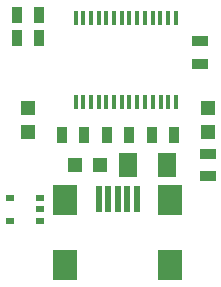
<source format=gbp>
G04 (created by PCBNEW (25-Oct-2014 BZR 4029)-stable) date 2015年05月14日 星期四 19时18分23秒*
%MOIN*%
G04 Gerber Fmt 3.4, Leading zero omitted, Abs format*
%FSLAX34Y34*%
G01*
G70*
G90*
G04 APERTURE LIST*
%ADD10C,0.00590551*%
%ADD11R,0.016X0.05*%
%ADD12R,0.0197X0.0906*%
%ADD13R,0.0787X0.0984*%
%ADD14R,0.06X0.08*%
%ADD15R,0.035X0.055*%
%ADD16R,0.055X0.035*%
%ADD17R,0.0472X0.0472*%
%ADD18R,0.03X0.02*%
G04 APERTURE END LIST*
G54D10*
G54D11*
X46850Y-19100D03*
X47100Y-19100D03*
X47360Y-19100D03*
X47620Y-19100D03*
X47870Y-19100D03*
X48130Y-19100D03*
X48390Y-19100D03*
X48640Y-19100D03*
X48900Y-19100D03*
X49150Y-19100D03*
X49410Y-19100D03*
X49670Y-19100D03*
X49920Y-19100D03*
X50180Y-19100D03*
X50180Y-21900D03*
X49920Y-21900D03*
X49680Y-21900D03*
X49410Y-21900D03*
X49150Y-21900D03*
X48900Y-21900D03*
X48640Y-21900D03*
X48390Y-21900D03*
X48130Y-21900D03*
X47870Y-21900D03*
X47620Y-21900D03*
X47360Y-21900D03*
X47100Y-21900D03*
X46850Y-21900D03*
G54D12*
X48880Y-25142D03*
X48565Y-25142D03*
X48250Y-25142D03*
X47935Y-25142D03*
X47620Y-25142D03*
G54D13*
X50002Y-25181D03*
X50002Y-27346D03*
X46498Y-25181D03*
X46498Y-27346D03*
G54D14*
X48600Y-24000D03*
X49900Y-24000D03*
G54D15*
X49375Y-23000D03*
X50125Y-23000D03*
G54D16*
X51000Y-20625D03*
X51000Y-19875D03*
G54D15*
X45625Y-19750D03*
X44875Y-19750D03*
X45625Y-19000D03*
X44875Y-19000D03*
G54D16*
X51250Y-23625D03*
X51250Y-24375D03*
G54D15*
X46375Y-23000D03*
X47125Y-23000D03*
X48625Y-23000D03*
X47875Y-23000D03*
G54D17*
X51250Y-22913D03*
X51250Y-22087D03*
X45250Y-22913D03*
X45250Y-22087D03*
X47663Y-24000D03*
X46837Y-24000D03*
G54D18*
X45650Y-25100D03*
X45650Y-25850D03*
X44650Y-25100D03*
X45650Y-25475D03*
X44650Y-25850D03*
M02*

</source>
